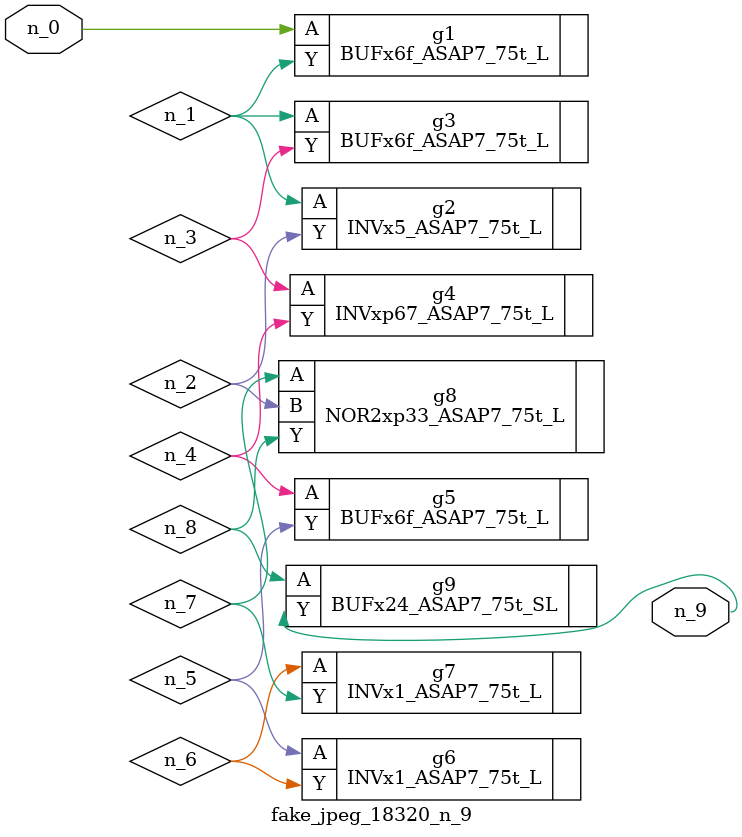
<source format=v>
module fake_jpeg_18320_n_9 (n_0, n_9);

input n_0;

output n_9;

wire n_3;
wire n_1;
wire n_2;
wire n_4;
wire n_8;
wire n_6;
wire n_5;
wire n_7;

BUFx6f_ASAP7_75t_L g1 ( 
.A(n_0),
.Y(n_1)
);

INVx5_ASAP7_75t_L g2 ( 
.A(n_1),
.Y(n_2)
);

BUFx6f_ASAP7_75t_L g3 ( 
.A(n_1),
.Y(n_3)
);

INVxp67_ASAP7_75t_L g4 ( 
.A(n_3),
.Y(n_4)
);

BUFx6f_ASAP7_75t_L g5 ( 
.A(n_4),
.Y(n_5)
);

INVx1_ASAP7_75t_L g6 ( 
.A(n_5),
.Y(n_6)
);

INVx1_ASAP7_75t_L g7 ( 
.A(n_6),
.Y(n_7)
);

NOR2xp33_ASAP7_75t_L g8 ( 
.A(n_7),
.B(n_2),
.Y(n_8)
);

BUFx24_ASAP7_75t_SL g9 ( 
.A(n_8),
.Y(n_9)
);


endmodule
</source>
